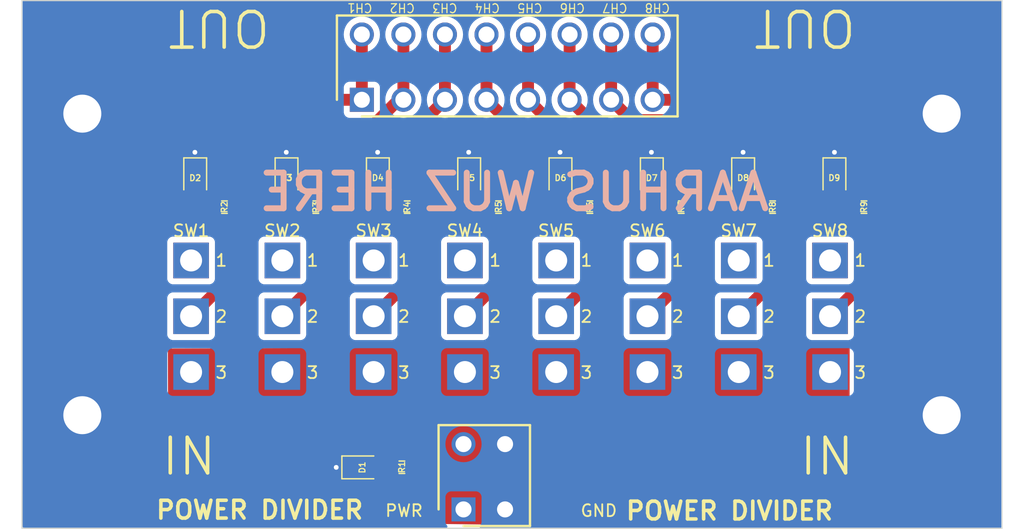
<source format=kicad_pcb>
(kicad_pcb (version 20221018) (generator pcbnew)
  (layers (0 "F.Cu" signal) (31 "B.Cu" power) (34 "B.Paste" user) (35 "F.Paste" user) (36 "B.SilkS" user "B.Silkscreen") (37 "F.SilkS" user "F.Silkscreen") (38 "B.Mask" user) (39 "F.Mask" user) (44 "Edge.Cuts" user))
  (net 0 "")
  (net 1 "OUT1")
  (net 2 "Net-(D1-A)")
  (net 3 "OUT2")
  (net 4 "Net-(D2-A)")
  (net 5 "OUT3")
  (net 6 "Net-(D3-A)")
  (net 7 "OUT4")
  (net 8 "Net-(D4-A)")
  (net 9 "POW IN")
  (net 10 "GND")
  (net 11 "Net-(D5-A)")
  (net 12 "Net-(D6-A)")
  (net 13 "Net-(D7-A)")
  (net 14 "Net-(D8-A)")
  (net 15 "Net-(D9-A)")
  (net 16 "OUT8")
  (net 17 "OUT7")
  (net 18 "OUT6")
  (net 19 "OUT5")
  (footprint "E_Switch:100SP1T1B1M2QEH" (layer "F.Cu") (at 47.330916 47.2898)
    (fp_text reference "SW2" (at 0 -2.5 unlocked) (layer "F.SilkS"))
    (fp_text value "SW_SPDT")
    (fp_text user "1" (at 2.55 0 unlocked) (layer "F.SilkS"))
    (fp_text user "2" (at 2.55 4.725 unlocked) (layer "F.SilkS"))
    (fp_text user "3" (at 2.55 9.45 unlocked) (layer "F.SilkS"))
    (pad "1" thru_hole rect (at 0 0) (size 3 3) (drill 1.85) (layers "*.Cu" "*.Mask"))
    (pad "2" thru_hole rect (at 0 4.7) (size 3 3) (drill 1.85) (layers "*.Cu" "*.Mask") (net 3 "OUT2"))
    (pad "3" thru_hole rect (at 0 9.4) (size 3 3) (drill 1.85) (layers "*.Cu" "*.Mask") (net 9 "POW IN"))
  )
  (footprint "E_Switch:100SP1T1B1M2QEH" (layer "F.Cu") (at 78.086684 47.2898)
    (fp_text reference "SW6" (at 0 -2.5 unlocked) (layer "F.SilkS"))
    (fp_text value "SW_SPDT")
    (fp_text user "3" (at 2.55 9.45 unlocked) (layer "F.SilkS"))
    (fp_text user "1" (at 2.55 0 unlocked) (layer "F.SilkS"))
    (fp_text user "2" (at 2.55 4.725 unlocked) (layer "F.SilkS"))
    (pad "1" thru_hole rect (at 0 0) (size 3 3) (drill 1.85) (layers "*.Cu" "*.Mask"))
    (pad "2" thru_hole rect (at 0 4.7) (size 3 3) (drill 1.85) (layers "*.Cu" "*.Mask") (net 18 "OUT6"))
    (pad "3" thru_hole rect (at 0 9.4) (size 3 3) (drill 1.85) (layers "*.Cu" "*.Mask") (net 9 "POW IN"))
  )
  (footprint "LED_SMD:LED_0805_2012Metric" (layer "F.Cu") (at 63.066513 40.336 -90)
    (fp_text reference "D5" (at 0 0) (layer "F.SilkS") (effects (font (size 0.5 0.5) (thickness 0.1))))
    (fp_text value "LED")
    (fp_line (start -1.685 -0.96) (end -1.685 0.96) (stroke (width 0.12)) (layer "F.SilkS"))
    (fp_line (start -1.685 0.96) (end 1 0.96) (stroke (width 0.12)) (layer "F.SilkS"))
    (fp_line (start 1 -0.96) (end -1.685 -0.96) (stroke (width 0.12)) (layer "F.SilkS"))
    (pad "1" smd roundrect (at -0.9375 0 270) (size 0.975 1.4) (layers "F.Cu" "F.Paste" "F.Mask") (net 10 "GND"))
    (pad "2" smd roundrect (at 0.9375 0 270) (size 0.975 1.4) (layers "F.Cu" "F.Paste" "F.Mask") (net 11 "Net-(D5-A)"))
  )
  (footprint "Resistor_SMD:R_0603_1608Metric" (layer "F.Cu") (at 96.326 42.7998)
    (fp_text reference "R9" (at -0.0032 0 -90) (layer "F.SilkS") (effects (font (size 0.5 0.5) (thickness 0.1))))
    (fp_text value "8K")
    (fp_line (start -0.237258 -0.5225) (end 0.237258 -0.5225) (stroke (width 0.12)) (layer "F.SilkS"))
    (fp_line (start -0.237258 0.5225) (end 0.237258 0.5225) (stroke (width 0.12)) (layer "F.SilkS"))
    (pad "1" smd roundrect (at -0.825 0) (size 0.8 0.95) (layers "F.Cu" "F.Paste" "F.Mask") (net 15 "Net-(D9-A)"))
    (pad "2" smd roundrect (at 0.825 0) (size 0.8 0.95) (layers "F.Cu" "F.Paste" "F.Mask") (net 16 "OUT8"))
  )
  (footprint "E_Switch:100SP1T1B1M2QEH" (layer "F.Cu") (at 55.019858 47.2898)
    (fp_text reference "SW3" (at 0 -2.5 unlocked) (layer "F.SilkS"))
    (fp_text value "SW_SPDT")
    (fp_text user "3" (at 2.55 9.45 unlocked) (layer "F.SilkS"))
    (fp_text user "1" (at 2.55 0 unlocked) (layer "F.SilkS"))
    (fp_text user "2" (at 2.55 4.725 unlocked) (layer "F.SilkS"))
    (pad "1" thru_hole rect (at 0 0) (size 3 3) (drill 1.85) (layers "*.Cu" "*.Mask"))
    (pad "2" thru_hole rect (at 0 4.7) (size 3 3) (drill 1.85) (layers "*.Cu" "*.Mask") (net 5 "OUT3"))
    (pad "3" thru_hole rect (at 0 9.4) (size 3 3) (drill 1.85) (layers "*.Cu" "*.Mask") (net 9 "POW IN"))
  )
  (footprint "LED_SMD:LED_0805_2012Metric" (layer "F.Cu") (at 86.144226 40.336 -90)
    (fp_text reference "D8" (at 0 0.0064) (layer "F.SilkS") (effects (font (size 0.5 0.5) (thickness 0.1))))
    (fp_text value "LED")
    (fp_line (start -1.685 -0.96) (end -1.685 0.96) (stroke (width 0.12)) (layer "F.SilkS"))
    (fp_line (start -1.685 0.96) (end 1 0.96) (stroke (width 0.12)) (layer "F.SilkS"))
    (fp_line (start 1 -0.96) (end -1.685 -0.96) (stroke (width 0.12)) (layer "F.SilkS"))
    (pad "1" smd roundrect (at -0.9375 0 270) (size 0.975 1.4) (layers "F.Cu" "F.Paste" "F.Mask") (net 10 "GND"))
    (pad "2" smd roundrect (at 0.9375 0 270) (size 0.975 1.4) (layers "F.Cu" "F.Paste" "F.Mask") (net 14 "Net-(D8-A)"))
  )
  (footprint "E_Switch:100SP1T1B1M2QEH" (layer "F.Cu") (at 39.641974 47.2898)
    (fp_text reference "SW1" (at 0 -2.5 unlocked) (layer "F.SilkS"))
    (fp_text value "SW_SPDT")
    (fp_text user "3" (at 2.55 9.45 unlocked) (layer "F.SilkS"))
    (fp_text user "1" (at 2.55 0 unlocked) (layer "F.SilkS"))
    (fp_text user "2" (at 2.55 4.725 unlocked) (layer "F.SilkS"))
    (pad "1" thru_hole rect (at 0 0) (size 3 3) (drill 1.85) (layers "*.Cu" "*.Mask"))
    (pad "2" thru_hole rect (at 0 4.7) (size 3 3) (drill 1.85) (layers "*.Cu" "*.Mask") (net 1 "OUT1"))
    (pad "3" thru_hole rect (at 0 9.4) (size 3 3) (drill 1.85) (layers "*.Cu" "*.Mask") (net 9 "POW IN"))
  )
  (footprint "Resistor_SMD:R_0603_1608Metric" (layer "F.Cu") (at 80.9336 42.7998)
    (fp_text reference "R7" (at -0.0032 0.0046 -90) (layer "F.SilkS") (effects (font (size 0.5 0.5) (thickness 0.1))))
    (fp_text value "8K")
    (fp_line (start -0.237258 -0.5225) (end 0.237258 -0.5225) (stroke (width 0.12)) (layer "F.SilkS"))
    (fp_line (start -0.237258 0.5225) (end 0.237258 0.5225) (stroke (width 0.12)) (layer "F.SilkS"))
    (pad "1" smd roundrect (at -0.825 0) (size 0.8 0.95) (layers "F.Cu" "F.Paste" "F.Mask") (net 13 "Net-(D7-A)"))
    (pad "2" smd roundrect (at 0.825 0) (size 0.8 0.95) (layers "F.Cu" "F.Paste" "F.Mask") (net 18 "OUT6"))
  )
  (footprint "Resistor_SMD:R_0603_1608Metric" (layer "F.Cu") (at 65.5412 42.7998)
    (fp_text reference "R5" (at 0 -0.005 -90) (layer "F.SilkS") (effects (font (size 0.5 0.5) (thickness 0.1))))
    (fp_text value "8K")
    (fp_line (start -0.237258 -0.5225) (end 0.237258 -0.5225) (stroke (width 0.12)) (layer "F.SilkS"))
    (fp_line (start -0.237258 0.5225) (end 0.237258 0.5225) (stroke (width 0.12)) (layer "F.SilkS"))
    (pad "1" smd roundrect (at -0.825 0) (size 0.8 0.95) (layers "F.Cu" "F.Paste" "F.Mask") (net 11 "Net-(D5-A)"))
    (pad "2" smd roundrect (at 0.825 0) (size 0.8 0.95) (layers "F.Cu" "F.Paste" "F.Mask") (net 7 "OUT4"))
  )
  (footprint "Resistor_SMD:R_0603_1608Metric" (layer "F.Cu") (at 50.1488 42.7998)
    (fp_text reference "R3" (at 0.02 0.01 90) (layer "F.SilkS") (effects (font (size 0.5 0.5) (thickness 0.1))))
    (fp_text value "8K")
    (fp_line (start -0.237258 -0.5225) (end 0.237258 -0.5225) (stroke (width 0.12)) (layer "F.SilkS"))
    (fp_line (start -0.237258 0.5225) (end 0.237258 0.5225) (stroke (width 0.12)) (layer "F.SilkS"))
    (pad "1" smd roundrect (at -0.825 0) (size 0.8 0.95) (layers "F.Cu" "F.Paste" "F.Mask") (net 6 "Net-(D3-A)"))
    (pad "2" smd roundrect (at 0.825 0) (size 0.8 0.95) (layers "F.Cu" "F.Paste" "F.Mask") (net 3 "OUT2"))
  )
  (footprint "LED_SMD:LED_0805_2012Metric" (layer "F.Cu") (at 47.681371 40.336 -90)
    (fp_text reference "D3" (at -0.01 0.01) (layer "F.SilkS") (effects (font (size 0.5 0.5))))
    (fp_text value "LED")
    (fp_line (start -1.685 -0.96) (end -1.685 0.96) (stroke (width 0.12)) (layer "F.SilkS"))
    (fp_line (start -1.685 0.96) (end 1 0.96) (stroke (width 0.12)) (layer "F.SilkS"))
    (fp_line (start 1 -0.96) (end -1.685 -0.96) (stroke (width 0.12)) (layer "F.SilkS"))
    (pad "1" smd roundrect (at -0.9375 0 270) (size 0.975 1.4) (layers "F.Cu" "F.Paste" "F.Mask") (net 10 "GND"))
    (pad "2" smd roundrect (at 0.9375 0 270) (size 0.975 1.4) (layers "F.Cu" "F.Paste" "F.Mask") (net 6 "Net-(D3-A)"))
  )
  (footprint "Resistor_SMD:R_0603_1608Metric" (layer "F.Cu") (at 57.845 42.7998)
    (fp_text reference "R4" (at -0.005 0.0254 90) (layer "F.SilkS") (effects (font (size 0.5 0.5) (thickness 0.1))))
    (fp_text value "8K")
    (fp_line (start -0.237258 -0.5225) (end 0.237258 -0.5225) (stroke (width 0.12)) (layer "F.SilkS"))
    (fp_line (start -0.237258 0.5225) (end 0.237258 0.5225) (stroke (width 0.12)) (layer "F.SilkS"))
    (pad "1" smd roundrect (at -0.825 0) (size 0.8 0.95) (layers "F.Cu" "F.Paste" "F.Mask") (net 8 "Net-(D4-A)"))
    (pad "2" smd roundrect (at 0.825 0) (size 0.8 0.95) (layers "F.Cu" "F.Paste" "F.Mask") (net 5 "OUT3"))
  )
  (footprint "MountingHole:MountingHole_3.2mm_M3_Pad_TopBottom" (layer "F.Cu") (at 102.87 60.325)
    (fp_text reference "H4" hide)
    (fp_text value "MountingHole_Pad")
    (pad "1" thru_hole circle (at 0 0) (size 3.6 3.6) (drill 3.2) (layers "*.Cu" "*.Mask") (net 10 "GND"))
    (pad "1" connect circle (at 0 0) (size 6.4 6.4) (layers "F.Cu" "F.Mask") (net 10 "GND"))
    (pad "1" connect circle (at 0 0) (size 6.4 6.4) (layers "B.Cu" "B.Mask") (net 10 "GND"))
  )
  (footprint "Resistor_SMD:R_0603_1608Metric" (layer "F.Cu") (at 88.6298 42.7998)
    (fp_text reference "R8" (at 0 0.008 -90) (layer "F.SilkS") (effects (font (size 0.5 0.5) (thickness 0.1))))
    (fp_text value "8K")
    (fp_line (start -0.237258 -0.5225) (end 0.237258 -0.5225) (stroke (width 0.12)) (layer "F.SilkS"))
    (fp_line (start -0.237258 0.5225) (end 0.237258 0.5225) (stroke (width 0.12)) (layer "F.SilkS"))
    (pad "1" smd roundrect (at -0.825 0) (size 0.8 0.95) (layers "F.Cu" "F.Paste" "F.Mask") (net 14 "Net-(D8-A)"))
    (pad "2" smd roundrect (at 0.825 0) (size 0.8 0.95) (layers "F.Cu" "F.Paste" "F.Mask") (net 17 "OUT7"))
  )
  (footprint "Resistor_SMD:R_0603_1608Metric" (layer "F.Cu") (at 42.4526 42.7998)
    (fp_text reference "R2" (at 0 0 90) (layer "F.SilkS") (effects (font (size 0.5 0.5) (thickness 0.1))))
    (fp_text value "8K")
    (fp_line (start -0.237258 -0.5225) (end 0.237258 -0.5225) (stroke (width 0.12)) (layer "F.SilkS"))
    (fp_line (start -0.237258 0.5225) (end 0.237258 0.5225) (stroke (width 0.12)) (layer "F.SilkS"))
    (pad "1" smd roundrect (at -0.825 0) (size 0.8 0.95) (layers "F.Cu" "F.Paste" "F.Mask") (net 4 "Net-(D2-A)"))
    (pad "2" smd roundrect (at 0.825 0) (size 0.8 0.95) (layers "F.Cu" "F.Paste" "F.Mask") (net 1 "OUT1"))
  )
  (footprint "MountingHole:MountingHole_3.2mm_M3_Pad_TopBottom" (layer "F.Cu") (at 30.48 60.325)
    (fp_text reference "H2" hide)
    (fp_text value "MountingHole_Pad")
    (pad "1" thru_hole circle (at 0 0) (size 3.6 3.6) (drill 3.2) (layers "*.Cu" "*.Mask") (net 10 "GND"))
    (pad "1" connect circle (at 0 0) (size 6.4 6.4) (layers "F.Cu" "F.Mask") (net 10 "GND"))
    (pad "1" connect circle (at 0 0) (size 6.4 6.4) (layers "B.Cu" "B.Mask") (net 10 "GND"))
  )
  (footprint "LED_SMD:LED_0805_2012Metric" (layer "F.Cu") (at 54.030001 64.720001)
    (fp_text reference "D1" (at 0.03 0.01 90) (layer "F.SilkS") (effects (font (size 0.5 0.5) (thickness 0.1))))
    (fp_text value "LED")
    (fp_line (start -1.685 -0.96) (end -1.685 0.96) (stroke (width 0.12)) (layer "F.SilkS"))
    (fp_line (start -1.685 0.96) (end 1 0.96) (stroke (width 0.12)) (layer "F.SilkS"))
    (fp_line (start 1 -0.96) (end -1.685 -0.96) (stroke (width 0.12)) (layer "F.SilkS"))
    (pad "1" smd roundrect (at -0.9375 0) (size 0.975 1.4) (layers "F.Cu" "F.Paste" "F.Mask") (net 10 "GND"))
    (pad "2" smd roundrect (at 0.9375 0) (size 0.975 1.4) (layers "F.Cu" "F.Paste" "F.Mask") (net 2 "Net-(D1-A)"))
  )
  (footprint "LED_SMD:LED_0805_2012Metric" (layer "F.Cu") (at 78.451655 40.336 -90)
    (fp_text reference "D7" (at 0.0058 0.0064) (layer "F.SilkS") (effects (font (size 0.5 0.5) (thickness 0.1))))
    (fp_text value "LED")
    (fp_line (start -1.685 -0.96) (end -1.685 0.96) (stroke (width 0.12)) (layer "F.SilkS"))
    (fp_line (start -1.685 0.96) (end 1 0.96) (stroke (width 0.12)) (layer "F.SilkS"))
    (fp_line (start 1 -0.96) (end -1.685 -0.96) (stroke (width 0.12)) (layer "F.SilkS"))
    (pad "1" smd roundrect (at -0.9375 0 270) (size 0.975 1.4) (layers "F.Cu" "F.Paste" "F.Mask") (net 10 "GND"))
    (pad "2" smd roundrect (at 0.9375 0 270) (size 0.975 1.4) (layers "F.Cu" "F.Paste" "F.Mask") (net 13 "Net-(D7-A)"))
  )
  (footprint "TBLH10V-350-02BK:RHDR4W80P550X350_2X2_770X850X1420P" (layer "F.Cu") (at 62.59 68.26)
    (fp_text reference "J3" hide)
    (fp_text value "TBLH10V-350-02BK" hide)
    (fp_line (start -2.1 -7.1) (end -2.1 0) (stroke (width 0.2)) (layer "F.SilkS"))
    (fp_line (start 0 1.4) (end 5.6 1.4) (stroke (width 0.2)) (layer "F.SilkS"))
    (fp_line (start 5.6 -7.1) (end -2.1 -7.1) (stroke (width 0.2)) (layer "F.SilkS"))
    (fp_line (start 5.6 1.4) (end 5.6 -7.1) (stroke (width 0.2)) (layer "F.SilkS"))
    (pad "1" thru_hole rect (at 0 0) (size 2.025 2.025) (drill 1.35) (layers "*.Cu" "*.Mask") (net 9 "POW IN"))
    (pad "2" thru_hole circle (at 0 -5.5) (size 2.025 2.025) (drill 1.35) (layers "*.Cu" "*.Mask") (net 9 "POW IN"))
    (pad "3" thru_hole circle (at 3.5 0) (size 2.025 2.025) (drill 1.35) (layers "*.Cu" "*.Mask") (net 10 "GND"))
    (pad "4" thru_hole circle (at 3.5 -5.5) (size 2.025 2.025) (drill 1.35) (layers "*.Cu" "*.Mask") (net 10 "GND"))
  )
  (footprint "E_Switch:100SP1T1B1M2QEH" (layer "F.Cu") (at 93.464574 47.2898)
    (fp_text reference "SW8" (at 0 -2.5 unlocked) (layer "F.SilkS"))
    (fp_text value "SW_SPDT")
    (fp_text user "2" (at 2.55 4.725 unlocked) (layer "F.SilkS"))
    (fp_text user "3" (at 2.55 9.45 unlocked) (layer "F.SilkS"))
    (fp_text user "1" (at 2.55 0 unlocked) (layer "F.SilkS"))
    (pad "1" thru_hole rect (at 0 0) (size 3 3) (drill 1.85) (layers "*.Cu" "*.Mask"))
    (pad "2" thru_hole rect (at 0 4.7) (size 3 3) (drill 1.85) (layers "*.Cu" "*.Mask") (net 16 "OUT8"))
    (pad "3" thru_hole rect (at 0 9.4) (size 3 3) (drill 1.85) (layers "*.Cu" "*.Mask") (net 9 "POW IN"))
  )
  (footprint "Resistor_SMD:R_0603_1608Metric" (layer "F.Cu") (at 73.2374 42.7998)
    (fp_text reference "R6" (at 0 0 -90) (layer "F.SilkS") (effects (font (size 0.5 0.5) (thickness 0.1))))
    (fp_text value "8K")
    (fp_line (start -0.237258 -0.5225) (end 0.237258 -0.5225) (stroke (width 0.12)) (layer "F.SilkS"))
    (fp_line (start -0.237258 0.5225) (end 0.237258 0.5225) (stroke (width 0.12)) (layer "F.SilkS"))
    (pad "1" smd roundrect (at -0.825 0) (size 0.8 0.95) (layers "F.Cu" "F.Paste" "F.Mask") (net 12 "Net-(D6-A)"))
    (pad "2" smd roundrect (at 0.825 0) (size 0.8 0.95) (layers "F.Cu" "F.Paste" "F.Mask") (net 19 "OUT5"))
  )
  (footprint "LED_SMD:LED_0805_2012Metric" (layer "F.Cu") (at 39.9888 40.336 -90)
    (fp_text reference "D2" (at 0.007501 0) (layer "F.SilkS") (effects (font (size 0.5 0.5) (thickness 0.1))))
    (fp_text value "LED")
    (fp_line (start -1.685 -0.96) (end -1.685 0.96) (stroke (width 0.12)) (layer "F.SilkS"))
    (fp_line (start -1.685 0.96) (end 1 0.96) (stroke (width 0.12)) (layer "F.SilkS"))
    (fp_line (start 1 -0.96) (end -1.685 -0.96) (stroke (width 0.12)) (layer "F.SilkS"))
    (pad "1" smd roundrect (at -0.9375 0 270) (size 0.975 1.4) (layers "F.Cu" "F.Paste" "F.Mask") (net 10 "GND"))
    (pad "2" smd roundrect (at 0.9375 0 270) (size 0.975 1.4) (layers "F.Cu" "F.Paste" "F.Mask") (net 4 "Net-(D2-A)"))
  )
  (footprint "Resistor_SMD:R_0603_1608Metric" (layer "F.Cu") (at 57.4 64.71)
    (fp_text reference "R1" (at 0 0 90) (layer "F.SilkS") (effects (font (size 0.5 0.5) (thickness 0.1))))
    (fp_text value "8K")
    (fp_line (start -0.237258 -0.5225) (end 0.237258 -0.5225) (stroke (width 0.12)) (layer "F.SilkS"))
    (fp_line (start -0.237258 0.5225) (end 0.237258 0.5225) (stroke (width 0.12)) (layer "F.SilkS"))
    (pad "1" smd roundrect (at -0.825 0) (size 0.8 0.95) (layers "F.Cu" "F.Paste" "F.Mask") (net 2 "Net-(D1-A)"))
    (pad "2" smd roundrect (at 0.825 0) (size 0.8 0.95) (layers "F.Cu" "F.Paste" "F.Mask") (net 9 "POW IN"))
  )
  (footprint "LED_SMD:LED_0805_2012Metric" (layer "F.Cu") (at 93.8368 40.336 -90)
    (fp_text reference "D9" (at 0 0.0144) (layer "F.SilkS") (effects (font (size 0.5 0.5) (thickness 0.1))))
    (fp_text value "LED")
    (fp_line (start -1.685 -0.96) (end -1.685 0.96) (stroke (width 0.12)) (layer "F.SilkS"))
    (fp_line (start -1.685 0.96) (end 1 0.96) (stroke (width 0.12)) (layer "F.SilkS"))
    (fp_line (start 1 -0.96) (end -1.685 -0.96) (stroke (width 0.12)) (layer "F.SilkS"))
    (pad "1" smd roundrect (at -0.9375 0 270) (size 0.975 1.4) (layers "F.Cu" "F.Paste" "F.Mask") (net 10 "GND"))
    (pad "2" smd roundrect (at 0.9375 0 270) (size 0.975 1.4) (layers "F.Cu" "F.Paste" "F.Mask") (net 15 "Net-(D9-A)"))
  )
  (footprint "MountingHole:MountingHole_3.2mm_M3_Pad_TopBottom" (layer "F.Cu") (at 102.87 34.925)
    (fp_text reference "H3" hide)
    (fp_text value "MountingHole_Pad")
    (pad "1" thru_hole circle (at 0 0) (size 3.6 3.6) (drill 3.2) (layers "*.Cu" "*.Mask") (net 10 "GND"))
    (pad "1" connect circle (at 0 0) (size 6.4 6.4) (layers "F.Cu" "F.Mask") (net 10 "GND"))
    (pad "1" connect circle (at 0 0) (size 6.4 6.4) (layers "B.Cu" "B.Mask") (net 10 "GND"))
  )
  (footprint "E_Switch:100SP1T1B1M2QEH" (layer "F.Cu") (at 85.775626 47.2898)
    (fp_text reference "SW7" (at 0 -2.5 unlocked) (layer "F.SilkS"))
    (fp_text value "SW_SPDT")
    (fp_text user "3" (at 2.55 9.45 unlocked) (layer "F.SilkS"))
    (fp_text user "1" (at 2.55 0 unlocked) (layer "F.SilkS"))
    (fp_text user "2" (at 2.55 4.725 unlocked) (layer "F.SilkS"))
    (pad "1" thru_hole rect (at 0 0) (size 3 3) (drill 1.85) (layers "*.Cu" "*.Mask"))
    (pad "2" thru_hole rect (at 0 4.7) (size 3 3) (drill 1.85) (layers "*.Cu" "*.Mask") (net 17 "OUT7"))
    (pad "3" thru_hole rect (at 0 9.4) (size 3 3) (drill 1.85) (layers "*.Cu" "*.Mask") (net 9 "POW IN"))
  )
  (footprint "E_Switch:100SP1T1B1M2QEH" (layer "F.Cu") (at 70.397742 47.2898)
    (fp_text reference "SW5" (at 0 -2.5 unlocked) (layer "F.SilkS"))
    (fp_text value "SW_SPDT")
    (fp_text user "3" (at 2.55 9.45 unlocked) (layer "F.SilkS"))
    (fp_text user "1" (at 2.55 0 unlocked) (layer "F.SilkS"))
    (fp_text user "2" (at 2.55 4.725 unlocked) (layer "F.SilkS"))
    (pad "1" thru_hole rect (at 0 0) (size 3 3) (drill 1.85) (layers "*.Cu" "*.Mask"))
    (pad "2" thru_hole rect (at 0 4.7) (size 3 3) (drill 1.85) (layers "*.Cu" "*.Mask") (net 19 "OUT5"))
    (pad "3" thru_hole rect (at 0 9.4) (size 3 3) (drill 1.85) (layers "*.Cu" "*.Mask") (net 9 "POW IN"))
  )
  (footprint "TBLH10V-350-08BK:RHDR16W80P550X350_2X8_2870X850X1420P" (layer "F.Cu") (at 54.0258 33.7566)
    (fp_text reference "J4" hide)
    (fp_text value "TBLH10V-350-08BK" hide)
    (fp_line (start -2.1 -7.1) (end -2.1 0) (stroke (width 0.2)) (layer "F.SilkS"))
    (fp_line (start 0 1.4) (end 26.6 1.4) (stroke (width 0.2)) (layer "F.SilkS"))
    (fp_line (start 26.6 -7.1) (end -2.1 -7.1) (stroke (width 0.2)) (layer "F.SilkS"))
    (fp_line (start 26.6 1.4) (end 26.6 -7.1) (stroke (width 0.2)) (layer "F.SilkS"))
    (pad "1" thru_hole rect (at 0 0) (size 2.025 2.025) (drill 1.35) (layers "*.Cu" "*.Mask") (net 1 "OUT1"))
    (pad "2" thru_hole circle (at 0 -5.5) (size 2.025 2.025) (drill 1.35) (layers "*.Cu" "*.Mask") (net 1 "OUT1"))
    (pad "3" thru_hole circle (at 3.5 0) (size 2.025 2.025) (drill 1.35) (layers "*.Cu" "*.Mask") (net 3 "OUT2"))
    (pad "4" thru_hole circle (at 3.5 -5.5) (size 2.025 2.025) (drill 1.35) (layers "*.Cu" "*.Mask") (net 3 "OUT2"))
    (pad "5" thru_hole circle (at 7 0) (size 2.025 2.025) (drill 1.35) (layers "*.Cu" "*.Mask") (net 5 "OUT3"))
    (pad "6" thru_hole circle (at 7 -5.5) (size 2.025 2.025) (drill 1.35) (layers "*.Cu" "*.Mask") (net 5 "OUT3"))
    (pad "7" thru_hole circle (at 10.5 0) (size 2.025 2.025) (drill 1.35) (layers "*.Cu" "*.Mask") (net 7 "OUT4"))
    (pad "8" thru_hole circle (at 10.5 -5.5) (size 2.025 2.025) (drill 1.35) (layers "*.Cu" "*.Mask") (net 7 "OUT4"))
    (pad "9" thru_hole circle (at 14 0) (size 2.025 2.025) (drill 1.35) (layers "*.Cu" "*.Mask") (net 19 "OUT5"))
    (pad "10" thru_hole circle (at 14 -5.5) (size 2.025 2.025) (drill 1.35) (layers "*.Cu" "*.Mask") (net 19 "OUT5"))
    (pad "11" thru_hole circle (at 17.5 0) (size 2.025 2.025) (drill 1.35) (layers "*.Cu" "*.Mask") (net 18 "OUT6"))
    (pad "12" thru_hole circle (at 17.5 -5.5) (size 2.025 2.025) (drill 1.35) (layers "*.Cu" "*.Mask") (net 18 "OUT6"))
    (pad "13" thru_hole circle (at 21 0) (size 2.025 2.025) (drill 1.35) (layers "*.Cu" "*.Mask") (net 17 "OUT7"))
    (pad "14" thru_hole circle (at 21 -5.5) (size 2.025 2.025) (drill 1.35) (layers "*.Cu" "*.Mask") (net 17 "OUT7"))
    (pad "15" thru_hole circle (at 24.5 0) (size 2.025 2.025) (drill 1.35) (layers "*.Cu" "*.Mask") (net 16 "OUT8"))
    (pad "16" thru_hole circle (at 24.5 -5.5) (size 2.025 2.025) (drill 1.35) (layers "*.Cu" "*.Mask") (net 16 "OUT8"))
  )
  (footprint "LED_SMD:LED_0805_2012Metric" (layer "F.Cu") (at 55.373942 40.336 -90)
    (fp_text reference "D4" (at 0 0) (layer "F.SilkS") (effects (font (size 0.5 0.5) (thickness 0.1))))
    (fp_text value "LED")
    (fp_line (start -1.685 -0.96) (end -1.685 0.96) (stroke (width 0.12)) (layer "F.SilkS"))
    (fp_line (start -1.685 0.96) (end 1 0.96) (stroke (width 0.12)) (layer "F.SilkS"))
    (fp_line (start 1 -0.96) (end -1.685 -0.96) (stroke (width 0.12)) (layer "F.SilkS"))
    (pad "1" smd roundrect (at -0.9375 0 270) (size 0.975 1.4) (layers "F.Cu" "F.Paste" "F.Mask") (net 10 "GND"))
    (pad "2" smd roundrect (at 0.9375 0 270) (size 0.975 1.4) (layers "F.Cu" "F.Paste" "F.Mask") (net 8 "Net-(D4-A)"))
  )
  (footprint "E_Switch:100SP1T1B1M2QEH" (layer "F.Cu") (at 62.7088 47.2898)
    (fp_text reference "SW4" (at 0 -2.5 unlocked) (layer "F.SilkS"))
    (fp_text value "SW_SPDT")
    (fp_text user "3" (at 2.55 9.45 unlocked) (layer "F.SilkS"))
    (fp_text user "2" (at 2.55 4.725 unlocked) (layer "F.SilkS"))
    (fp_text user "1" (at 2.55 0 unlocked) (layer "F.SilkS"))
    (pad "1" thru_hole rect (at 0 0) (size 3 3) (drill 1.85) (layers "*.Cu" "*.Mask"))
    (pad "2" thru_hole rect (at 0 4.7) (size 3 3) (drill 1.85) (layers "*.Cu" "*.Mask") (net 7 "OUT4"))
    (pad "3" thru_hole rect (at 0 9.4) (size 3 3) (drill 1.85) (layers "*.Cu" "*.Mask") (net 9 "POW IN"))
  )
  (footprint "LED_SMD:LED_0805_2012Metric" (layer "F.Cu") (at 70.759084 40.336 -90)
    (fp_text reference "D6" (at 0 0) (layer "F.SilkS") (effects (font (size 0.5 0.5) (thickness 0.1))))
    (fp_text value "LED")
    (fp_line (start -1.685 -0.96) (end -1.685 0.96) (stroke (width 0.12)) (layer "F.SilkS"))
    (fp_line (start -1.685 0.96) (end 1 0.96) (stroke (width 0.12)) (layer "F.SilkS"))
    (fp_line (start 1 -0.96) (end -1.685 -0.96) (stroke (width 0.12)) (layer "F.SilkS"))
    (pad "1" smd roundrect (at -0.9375 0 270) (size 0.975 1.4) (layers "F.Cu" "F.Paste" "F.Mask") (net 10 "GND"))
    (pad "2" smd roundrect (at 0.9375 0 270) (size 0.975 1.4) (layers "F.Cu" "F.Paste" "F.Mask") (net 12 "Net-(D6-A)"))
  )
  (footprint "MountingHole:MountingHole_3.2mm_M3_Pad_TopBottom" (layer "F.Cu") (at 30.48 34.925)
    (fp_text reference "H1" hide)
    (fp_text value "MountingHole_Pad")
    (pad "1" thru_hole circle (at 0 0) (size 3.6 3.6) (drill 3.2) (layers "*.Cu" "*.Mask") (net 10 "GND"))
    (pad "1" connect circle (at 0 0) (size 6.4 6.4) (layers "F.Cu" "F.Mask") (net 10 "GND"))
    (pad "1" connect circle (at 0 0) (size 6.4 6.4) (layers "B.Cu" "B.Mask") (net 10 "GND"))
  )
  (gr_rect (start 25.4 25.4) (end 107.95 69.85) (stroke (width 0.1)) (fill none) (layer "Edge.Cuts"))
  (gr_text "AARHUS WUZ HERE" (at 66.8632 41.531) (layer "B.SilkS") (effects (font (size 3 3) (thickness 0.5)) (justify mirror)))
  (gr_text "CH1" (at 53.848 26.0096 180) (layer "F.SilkS") (effects (font (size 0.75 0.7) (thickness 0.1))))
  (gr_text "CH3" (at 61.0108 26.0096 180) (layer "F.SilkS") (effects (font (size 0.75 0.7) (thickness 0.1))))
  (gr_text "POWER DIVIDER" (at 84.995 68.385) (layer "F.SilkS") (effects (font (size 1.5 1.5) (thickness 0.3))))
  (gr_text "POWER DIVIDER" (at 45.42 68.31) (layer "F.SilkS") (effects (font (size 1.5 1.5) (thickness 0.3))))
  (gr_text "CH4" (at 64.5922 26.0096 180) (layer "F.SilkS") (effects (font (size 0.75 0.7) (thickness 0.1))))
  (gr_text "CH2" (at 57.4294 26.0096 180) (layer "F.SilkS") (effects (font (size 0.75 0.7) (thickness 0.1))))
  (gr_text "PWR" (at 57.58 68.37) (layer "F.SilkS") (effects (font (size 1 1))))
  (gr_text "GND" (at 73.99 68.37) (layer "F.SilkS") (effects (font (size 1 1))))
  (gr_text "OUT" (at 91.35 27.69 180) (layer "F.SilkS") (effects (font (size 3 3) (thickness 0.3))))
  (gr_text "IN" (at 93.2 63.81) (layer "F.SilkS") (effects (font (size 3 3) (thickness 0.3))))
  (gr_text "CH5" (at 68.1736 26.0096 180) (layer "F.SilkS") (effects (font (size 0.75 0.7) (thickness 0.1))))
  (gr_text "IN" (at 39.46 63.81) (layer "F.SilkS") (effects (font (size 3 3) (thickness 0.3))))
  (gr_text "CH7" (at 75.3364 26.0096 180) (layer "F.SilkS") (effects (font (size 0.75 0.7) (thickness 0.1))))
  (gr_text "CH8" (at 78.9178 26.0096 180) (layer "F.SilkS") (effects (font (size 0.75 0.7) (thickness 0.1))))
  (gr_text "OUT" (at 42 27.69 180) (layer "F.SilkS") (effects (font (size 3 3) (thickness 0.3))))
  (gr_text "CH6" (at 71.755 26.0096 180) (layer "F.SilkS") (effects (font (size 0.75 0.7) (thickness 0.1))))
  (segment (start 43.2776 48.391) (end 39.6788 51.9898) (width 1) (layer "F.Cu") (net 1))
  (segment (start 47.2694 33.7566) (end 43.2776 37.7484) (width 1) (layer "F.Cu") (net 1))
  (segment (start 54.0258 33.7566) (end 47.2694 33.7566) (width 1) (layer "F.Cu") (net 1))
  (segment (start 54.0258 33.7566) (end 54.0258 28.2566) (width 1) (layer "F.Cu") (net 1))
  (segment (start 43.2776 37.7484) (end 43.2776 42.7998) (width 1) (layer "F.Cu") (net 1))
  (segment (start 43.2776 42.7998) (end 43.2776 48.391) (width 1) (layer "F.Cu") (net 1))
  (segment (start 39.68 51.61) (end 39.643174 51.61) (width 1) (layer "F.Cu") (net 1))
  (segment (start 54.977502 64.71) (end 54.967501 64.720001) (width 0.5) (layer "F.Cu") (net 2))
  (segment (start 56.575 64.71) (end 54.977502 64.71) (width 0.5) (layer "F.Cu") (net 2))
  (segment (start 57.5258 33.7566) (end 57.5258 28.2566) (width 1) (layer "F.Cu") (net 3))
  (segment (start 57.1246 33.7566) (end 57.5258 33.7566) (width 1) (layer "F.Cu") (net 3))
  (segment (start 50.9738 42.7998) (end 50.9738 48.346916) (width 1) (layer "F.Cu") (net 3))
  (segment (start 50.9738 48.346916) (end 47.330916 51.9898) (width 1) (layer "F.Cu") (net 3))
  (segment (start 48.04 52.01) (end 47.34 52.01) (width 1) (layer "F.Cu") (net 3))
  (segment (start 50.9738 42.7998) (end 50.9738 39.9074) (width 1) (layer "F.Cu") (net 3))
  (segment (start 50.9738 39.9074) (end 57.1246 33.7566) (width 1) (layer "F.Cu") (net 3))
  (segment (start 39.9888 41.2735) (end 39.9888 42.5204) (width 0.5) (layer "F.Cu") (net 4))
  (segment (start 40.2682 42.7998) (end 41.6276 42.7998) (width 0.5) (layer "F.Cu") (net 4))
  (segment (start 39.9888 42.5204) (end 40.2682 42.7998) (width 0.5) (layer "F.Cu") (net 4))
  (segment (start 58.67 36.1124) (end 61.0258 33.7566) (width 1) (layer "F.Cu") (net 5))
  (segment (start 61.0258 33.7566) (end 61.0258 28.2566) (width 1) (layer "F.Cu") (net 5))
  (segment (start 58.67 47.2186) (end 58.6688 47.2198) (width 1) (layer "F.Cu") (net 5))
  (segment (start 58.6688 48.340858) (end 55.019858 51.9898) (width 1) (layer "F.Cu") (net 5))
  (segment (start 58.67 42.7998) (end 58.67 36.1124) (width 1) (layer "F.Cu") (net 5))
  (segment (start 58.6688 47.2198) (end 58.6688 48.340858) (width 1) (layer "F.Cu") (net 5))
  (segment (start 58.67 42.7998) (end 58.67 47.2186) (width 1) (layer "F.Cu") (net 5))
  (segment (start 47.681371 42.262771) (end 48.2184 42.7998) (width 0.5) (layer "F.Cu") (net 6))
  (segment (start 47.681371 41.2735) (end 47.681371 42.262771) (width 0.5) (layer "F.Cu") (net 6))
  (segment (start 48.2184 42.7998) (end 49.3238 42.7998) (width 0.5) (layer "F.Cu") (net 6))
  (segment (start 66.3662 35.597) (end 66.3662 42.7998) (width 1) (layer "F.Cu") (net 7))
  (segment (start 66.3662 48.3324) (end 62.7088 51.9898) (width 1) (layer "F.Cu") (net 7))
  (segment (start 64.5258 33.7566) (end 64.5258 28.2566) (width 1) (layer "F.Cu") (net 7))
  (segment (start 66.3662 42.7998) (end 66.3662 48.3324) (width 1) (layer "F.Cu") (net 7))
  (segment (start 64.5258 33.7566) (end 66.3662 35.597) (width 1) (layer "F.Cu") (net 7))
  (segment (start 55.373942 42.309942) (end 55.8638 42.7998) (width 0.5) (layer "F.Cu") (net 8))
  (segment (start 55.8638 42.7998) (end 57.02 42.7998) (width 0.5) (layer "F.Cu") (net 8))
  (segment (start 55.373942 41.2735) (end 55.373942 42.309942) (width 0.5) (layer "F.Cu") (net 8))
  (segment (start 78.451655 38.209655) (end 78.451655 39.3985) (width 0.5) (layer "F.Cu") (net 10))
  (segment (start 63.066513 38.216913) (end 63.066513 39.3985) (width 0.5) (layer "F.Cu") (net 10))
  (segment (start 70.7228 38.177) (end 70.759084 38.213284) (width 0.5) (layer "F.Cu") (net 10))
  (segment (start 55.373942 38.195142) (end 55.373942 39.3985) (width 0.5) (layer "F.Cu") (net 10))
  (segment (start 39.9888 38.2024) (end 39.9888 39.3985) (width 0.5) (layer "F.Cu") (net 10))
  (segment (start 93.8368 38.177) (end 93.8368 39.3985) (width 0.5) (layer "F.Cu") (net 10))
  (segment (start 39.9634 38.177) (end 39.9888 38.2024) (width 0.5) (layer "F.Cu") (net 10))
  (segment (start 86.144226 38.180626) (end 86.144226 39.3985) (width 0.5) (layer "F.Cu") (net 10))
  (segment (start 86.1406 38.177) (end 86.144226 38.180626) (width 0.5) (layer "F.Cu") (net 10))
  (segment (start 47.6596 38.177) (end 47.681371 38.198771) (width 0.5) (layer "F.Cu") (net 10))
  (segment (start 53.092501 64.720001) (end 51.867503 64.72) (width 0.5) (layer "F.Cu") (net 10))
  (segment (start 47.681371 38.198771) (end 47.681371 39.3985) (width 0.5) (layer "F.Cu") (net 10))
  (segment (start 55.3558 38.177) (end 55.373942 38.195142) (width 0.5) (layer "F.Cu") (net 10))
  (segment (start 78.419 38.177) (end 78.451655 38.209655) (width 0.5) (layer "F.Cu") (net 10))
  (segment (start 70.759084 38.213284) (end 70.759084 39.3985) (width 0.5) (layer "F.Cu") (net 10))
  (segment (start 63.0266 38.177) (end 63.066513 38.216913) (width 0.5) (layer "F.Cu") (net 10))
  (via (at 47.6596 38.177) (size 0.8) (drill 0.4) (layers "F.Cu" "B.Cu") (net 10))
  (via (at 51.867503 64.72) (size 0.8) (drill 0.4) (layers "F.Cu" "B.Cu") (net 10))
  (via (at 78.419 38.177) (size 0.8) (drill 0.4) (layers "F.Cu" "B.Cu") (net 10))
  (via (at 55.3558 38.177) (size 0.8) (drill 0.4) (layers "F.Cu" "B.Cu") (net 10))
  (via (at 86.1406 38.177) (size 0.8) (drill 0.4) (layers "F.Cu" "B.Cu") (net 10))
  (via (at 63.0266 38.177) (size 0.8) (drill 0.4) (layers "F.Cu" "B.Cu") (net 10))
  (via (at 70.7228 38.177) (size 0.8) (drill 0.4) (layers "F.Cu" "B.Cu") (net 10))
  (via (at 39.9634 38.177) (size 0.8) (drill 0.4) (layers "F.Cu" "B.Cu") (net 10))
  (via (at 93.8368 38.177) (size 0.8) (drill 0.4) (layers "F.Cu" "B.Cu") (net 10))
  (segment (start 63.066513 41.2735) (end 63.066513 42.433313) (width 0.5) (layer "F.Cu") (net 11))
  (segment (start 63.433 42.7998) (end 64.7162 42.7998) (width 0.5) (layer "F.Cu") (net 11))
  (segment (start 63.066513 42.433313) (end 63.433 42.7998) (width 0.5) (layer "F.Cu") (net 11))
  (segment (start 70.759084 42.175684) (end 71.3832 42.7998) (width 0.5) (layer "F.Cu") (net 12))
  (segment (start 71.3832 42.7998) (end 72.4124 42.7998) (width 0.5) (layer "F.Cu") (net 12))
  (segment (start 70.759084 41.2735) (end 70.759084 42.175684) (width 0.5) (layer "F.Cu") (net 12))
  (segment (start 78.451655 42.045055) (end 79.2064 42.7998) (width 0.5) (layer "F.Cu") (net 13))
  (segment (start 78.451655 41.2735) (end 78.451655 42.045055) (width 0.5) (layer "F.Cu") (net 13))
  (segment (start 79.2064 42.7998) (end 80.1086 42.7998) (width 0.5) (layer "F.Cu") (net 13))
  (segment (start 86.5724 42.7998) (end 87.8048 42.7998) (width 0.5) (layer "F.Cu") (net 14))
  (segment (start 86.1406 42.368) (end 86.5724 42.7998) (width 0.5) (layer "F.Cu") (net 14))
  (segment (start 86.144226 41.2735) (end 86.144226 42.364374) (width 0.5) (layer "F.Cu") (net 14))
  (segment (start 86.144226 42.364374) (end 86.1406 42.368) (width 0.5) (layer "F.Cu") (net 14))
  (segment (start 94.2686 42.7998) (end 95.501 42.7998) (width 0.5) (layer "F.Cu") (net 15))
  (segment (start 93.8368 42.368) (end 94.2686 42.7998) (width 0.5) (layer "F.Cu") (net 15))
  (segment (start 93.8368 41.2735) (end 93.8368 42.368) (width 0.5) (layer "F.Cu") (net 15))
  (segment (start 97.151 42.7998) (end 97.151 48.303374) (width 1) (layer "F.Cu") (net 16))
  (segment (start 97.151 48.303374) (end 93.464574 51.9898) (width 1) (layer "F.Cu") (net 16))
  (segment (start 93.4466 33.7566) (end 97.151 37.461) (width 1) (layer "F.Cu") (net 16))
  (segment (start 97.151 37.461) (end 97.151 42.7998) (width 1) (layer "F.Cu") (net 16))
  (segment (start 78.5258 33.7566) (end 78.5258 28.2566) (width 1) (layer "F.Cu") (net 16))
  (segment (start 78.5258 33.7566) (end 93.4466 33.7566) (width 1) (layer "F.Cu") (net 16))
  (segment (start 74.9854 34.3498) (end 75.1154 34.4798) (width 0.25) (layer "F.Cu") (net 17))
  (segment (start 86.7771 35.4691) (end 89.4548 38.1468) (width 1) (layer "F.Cu") (net 17))
  (segment (start 75.0258 33.7566) (end 76.7383 35.4691) (width 1) (layer "F.Cu") (net 17))
  (segment (start 76.7383 35.4691) (end 86.7771 35.4691) (width 1) (layer "F.Cu") (net 17))
  (segment (start 75.0258 33.7566) (end 75.0258 28.2566) (width 1) (layer "F.Cu") (net 17))
  (segment (start 89.4548 48.310626) (end 85.775626 51.9898) (width 1) (layer "F.Cu") (net 17))
  (segment (start 89.4548 42.7998) (end 89.4548 48.310626) (width 1) (layer "F.Cu") (net 17))
  (segment (start 89.4548 38.1468) (end 89.4548 42.7998) (width 1) (layer "F.Cu") (net 17))
  (segment (start 78.856235 37.0586) (end 81.7586 39.960965) (width 1) (layer "F.Cu") (net 18))
  (segment (start 81.7586 39.960965) (end 81.7586 42.7998) (width 1) (layer "F.Cu") (net 18))
  (segment (start 71.5258 33.7566) (end 71.5258 28.2566) (width 1) (layer "F.Cu") (net 18))
  (segment (start 81.7586 42.7998) (end 81.7586 48.317884) (width 1) (layer "F.Cu") (net 18))
  (segment (start 71.5258 33.7566) (end 74.8278 37.0586) (width 1) (layer "F.Cu") (net 18))
  (segment (start 81.7586 48.317884) (end 78.086684 51.9898) (width 1) (layer "F.Cu") (net 18))
  (segment (start 74.8278 37.0586) (end 78.856235 37.0586) (width 1) (layer "F.Cu") (net 18))
  (segment (start 68.0258 33.7566) (end 68.0258 28.2566) (width 1) (layer "F.Cu") (net 19))
  (segment (start 74.0624 39.7932) (end 74.0624 42.7998) (width 1) (layer "F.Cu") (net 19))
  (segment (start 74.0624 48.325142) (end 70.397742 51.9898) (width 1) (layer "F.Cu") (net 19))
  (segment (start 74.0624 42.7998) (end 74.0624 48.325142) (width 1) (layer "F.Cu") (net 19))
  (segment (start 68.0258 33.7566) (end 74.0624 39.7932) (width 1) (layer "F.Cu") (net 19))
  (zone (net 9) (net_name "POW IN") (layer "F.Cu") (connect_pads yes (clearance 0.508)) (min_thickness 0.254) (fill yes (thermal_gap 0.508) (thermal_bridge_width 0.508))
    (polygon (pts (xy 95.108884 61.117915) (xy 64.34 61.19) (xy 64.28 69.53) (xy 60.94 69.49) (xy 57.47 66.71) (xy 57.46 63.26) (xy 55.34 61.376503) (xy 37.710604 61.435836) (xy 37.69 54.71) (xy 95.12 54.45)))
  )
  (zone (net 10) (net_name "GND") (layer "B.Cu") (connect_pads yes (clearance 0.508)) (min_thickness 0.254) (fill yes (thermal_gap 0.508) (thermal_bridge_width 0.508))
    (polygon (pts (xy 107.95 69.85) (xy 25.4508 69.8246) (xy 25.4 25.4) (xy 107.95 25.4254)))
  )
)
</source>
